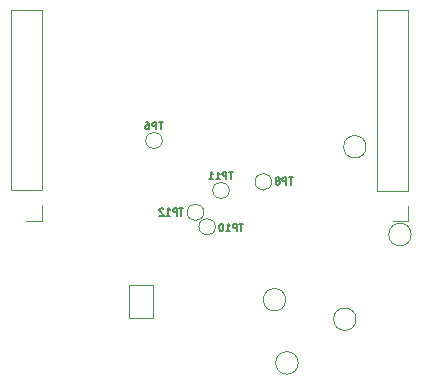
<source format=gbo>
G04 #@! TF.GenerationSoftware,KiCad,Pcbnew,(5.1.8)-1*
G04 #@! TF.CreationDate,2021-01-12T15:50:27+01:00*
G04 #@! TF.ProjectId,pcb-LR1110,7063622d-4c52-4313-9131-302e6b696361,1.1*
G04 #@! TF.SameCoordinates,PX8f0d180PY5f5e100*
G04 #@! TF.FileFunction,Legend,Bot*
G04 #@! TF.FilePolarity,Positive*
%FSLAX46Y46*%
G04 Gerber Fmt 4.6, Leading zero omitted, Abs format (unit mm)*
G04 Created by KiCad (PCBNEW (5.1.8)-1) date 2021-01-12 15:50:27*
%MOMM*%
%LPD*%
G01*
G04 APERTURE LIST*
%ADD10C,0.120000*%
%ADD11C,0.150000*%
%ADD12C,0.180000*%
G04 APERTURE END LIST*
D10*
X-16830000Y-6230000D02*
X-14170000Y-6230000D01*
X-16830000Y-6230000D02*
X-16830000Y9070000D01*
X-16830000Y9070000D02*
X-14170000Y9070000D01*
X-14170000Y-6230000D02*
X-14170000Y9070000D01*
X-14170000Y-8830000D02*
X-14170000Y-7500000D01*
X-15500000Y-8830000D02*
X-14170000Y-8830000D01*
X15500000Y-8870000D02*
X16830000Y-8870000D01*
X16830000Y-8870000D02*
X16830000Y-7540000D01*
X16830000Y-6270000D02*
X16830000Y9030000D01*
X14170000Y9030000D02*
X16830000Y9030000D01*
X14170000Y-6270000D02*
X14170000Y9030000D01*
X14170000Y-6270000D02*
X16830000Y-6270000D01*
X-4800000Y-17049999D02*
X-4800000Y-14249999D01*
X-4800000Y-14249999D02*
X-6800000Y-14249999D01*
X-6800000Y-14249999D02*
X-6800000Y-17049999D01*
X-6800000Y-17049999D02*
X-4800000Y-17049999D01*
X17070000Y-9980000D02*
G75*
G03*
X17070000Y-9980000I-950000J0D01*
G01*
X12400000Y-17150000D02*
G75*
G03*
X12400000Y-17150000I-950000J0D01*
G01*
X13250000Y-2550000D02*
G75*
G03*
X13250000Y-2550000I-950000J0D01*
G01*
X6450000Y-15500000D02*
G75*
G03*
X6450000Y-15500000I-950000J0D01*
G01*
X7500000Y-20850000D02*
G75*
G03*
X7500000Y-20850000I-950000J0D01*
G01*
X-4000000Y-2020000D02*
G75*
G03*
X-4000000Y-2020000I-700000J0D01*
G01*
X5259000Y-5518000D02*
G75*
G03*
X5259000Y-5518000I-700000J0D01*
G01*
X500000Y-9325000D02*
G75*
G03*
X500000Y-9325000I-700000J0D01*
G01*
X1668000Y-6248000D02*
G75*
G03*
X1668000Y-6248000I-700000J0D01*
G01*
X-485000Y-8104000D02*
G75*
G03*
X-485000Y-8104000I-700000J0D01*
G01*
D11*
X-3972858Y-471428D02*
X-4315715Y-471428D01*
X-4144286Y-1071428D02*
X-4144286Y-471428D01*
X-4515715Y-1071428D02*
X-4515715Y-471428D01*
X-4744286Y-471428D01*
X-4801429Y-500000D01*
X-4830000Y-528571D01*
X-4858572Y-585714D01*
X-4858572Y-671428D01*
X-4830000Y-728571D01*
X-4801429Y-757142D01*
X-4744286Y-785714D01*
X-4515715Y-785714D01*
X-5372858Y-471428D02*
X-5258572Y-471428D01*
X-5201429Y-500000D01*
X-5172858Y-528571D01*
X-5115715Y-614285D01*
X-5087143Y-728571D01*
X-5087143Y-957142D01*
X-5115715Y-1014285D01*
X-5144286Y-1042857D01*
X-5201429Y-1071428D01*
X-5315715Y-1071428D01*
X-5372858Y-1042857D01*
X-5401429Y-1014285D01*
X-5430000Y-957142D01*
X-5430000Y-814285D01*
X-5401429Y-757142D01*
X-5372858Y-728571D01*
X-5315715Y-700000D01*
X-5201429Y-700000D01*
X-5144286Y-728571D01*
X-5115715Y-757142D01*
X-5087143Y-814285D01*
D12*
D11*
X7047142Y-5151428D02*
X6704285Y-5151428D01*
X6875714Y-5751428D02*
X6875714Y-5151428D01*
X6504285Y-5751428D02*
X6504285Y-5151428D01*
X6275714Y-5151428D01*
X6218571Y-5180000D01*
X6190000Y-5208571D01*
X6161428Y-5265714D01*
X6161428Y-5351428D01*
X6190000Y-5408571D01*
X6218571Y-5437142D01*
X6275714Y-5465714D01*
X6504285Y-5465714D01*
X5818571Y-5408571D02*
X5875714Y-5380000D01*
X5904285Y-5351428D01*
X5932857Y-5294285D01*
X5932857Y-5265714D01*
X5904285Y-5208571D01*
X5875714Y-5180000D01*
X5818571Y-5151428D01*
X5704285Y-5151428D01*
X5647142Y-5180000D01*
X5618571Y-5208571D01*
X5590000Y-5265714D01*
X5590000Y-5294285D01*
X5618571Y-5351428D01*
X5647142Y-5380000D01*
X5704285Y-5408571D01*
X5818571Y-5408571D01*
X5875714Y-5437142D01*
X5904285Y-5465714D01*
X5932857Y-5522857D01*
X5932857Y-5637142D01*
X5904285Y-5694285D01*
X5875714Y-5722857D01*
X5818571Y-5751428D01*
X5704285Y-5751428D01*
X5647142Y-5722857D01*
X5618571Y-5694285D01*
X5590000Y-5637142D01*
X5590000Y-5522857D01*
X5618571Y-5465714D01*
X5647142Y-5437142D01*
X5704285Y-5408571D01*
D12*
D11*
X2852857Y-9071428D02*
X2510000Y-9071428D01*
X2681428Y-9671428D02*
X2681428Y-9071428D01*
X2310000Y-9671428D02*
X2310000Y-9071428D01*
X2081428Y-9071428D01*
X2024285Y-9100000D01*
X1995714Y-9128571D01*
X1967142Y-9185714D01*
X1967142Y-9271428D01*
X1995714Y-9328571D01*
X2024285Y-9357142D01*
X2081428Y-9385714D01*
X2310000Y-9385714D01*
X1395714Y-9671428D02*
X1738571Y-9671428D01*
X1567142Y-9671428D02*
X1567142Y-9071428D01*
X1624285Y-9157142D01*
X1681428Y-9214285D01*
X1738571Y-9242857D01*
X1024285Y-9071428D02*
X967142Y-9071428D01*
X910000Y-9100000D01*
X881428Y-9128571D01*
X852857Y-9185714D01*
X824285Y-9300000D01*
X824285Y-9442857D01*
X852857Y-9557142D01*
X881428Y-9614285D01*
X910000Y-9642857D01*
X967142Y-9671428D01*
X1024285Y-9671428D01*
X1081428Y-9642857D01*
X1110000Y-9614285D01*
X1138571Y-9557142D01*
X1167142Y-9442857D01*
X1167142Y-9300000D01*
X1138571Y-9185714D01*
X1110000Y-9128571D01*
X1081428Y-9100000D01*
X1024285Y-9071428D01*
D12*
D11*
X1972857Y-4681428D02*
X1630000Y-4681428D01*
X1801428Y-5281428D02*
X1801428Y-4681428D01*
X1430000Y-5281428D02*
X1430000Y-4681428D01*
X1201428Y-4681428D01*
X1144285Y-4710000D01*
X1115714Y-4738571D01*
X1087142Y-4795714D01*
X1087142Y-4881428D01*
X1115714Y-4938571D01*
X1144285Y-4967142D01*
X1201428Y-4995714D01*
X1430000Y-4995714D01*
X515714Y-5281428D02*
X858571Y-5281428D01*
X687142Y-5281428D02*
X687142Y-4681428D01*
X744285Y-4767142D01*
X801428Y-4824285D01*
X858571Y-4852857D01*
X-55715Y-5281428D02*
X287142Y-5281428D01*
X115714Y-5281428D02*
X115714Y-4681428D01*
X172857Y-4767142D01*
X230000Y-4824285D01*
X287142Y-4852857D01*
D12*
D11*
X-2217143Y-7771428D02*
X-2560000Y-7771428D01*
X-2388572Y-8371428D02*
X-2388572Y-7771428D01*
X-2760000Y-8371428D02*
X-2760000Y-7771428D01*
X-2988572Y-7771428D01*
X-3045715Y-7800000D01*
X-3074286Y-7828571D01*
X-3102858Y-7885714D01*
X-3102858Y-7971428D01*
X-3074286Y-8028571D01*
X-3045715Y-8057142D01*
X-2988572Y-8085714D01*
X-2760000Y-8085714D01*
X-3674286Y-8371428D02*
X-3331429Y-8371428D01*
X-3502858Y-8371428D02*
X-3502858Y-7771428D01*
X-3445715Y-7857142D01*
X-3388572Y-7914285D01*
X-3331429Y-7942857D01*
X-3902858Y-7828571D02*
X-3931429Y-7800000D01*
X-3988572Y-7771428D01*
X-4131429Y-7771428D01*
X-4188572Y-7800000D01*
X-4217143Y-7828571D01*
X-4245715Y-7885714D01*
X-4245715Y-7942857D01*
X-4217143Y-8028571D01*
X-3874286Y-8371428D01*
X-4245715Y-8371428D01*
D12*
M02*

</source>
